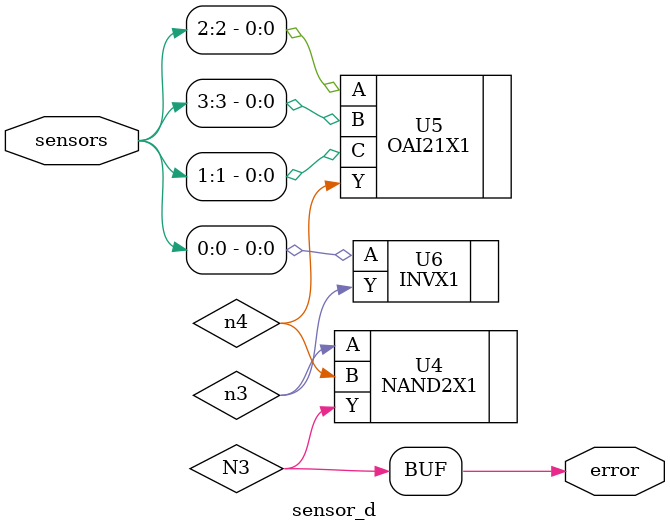
<source format=v>


module sensor_d ( sensors, error );
  input [3:0] sensors;
  output error;
  wire   N3, n3, n4;
  assign error = N3;

  NAND2X1 U4 ( .A(n3), .B(n4), .Y(N3) );
  OAI21X1 U5 ( .A(sensors[2]), .B(sensors[3]), .C(sensors[1]), .Y(n4) );
  INVX1 U6 ( .A(sensors[0]), .Y(n3) );
endmodule


</source>
